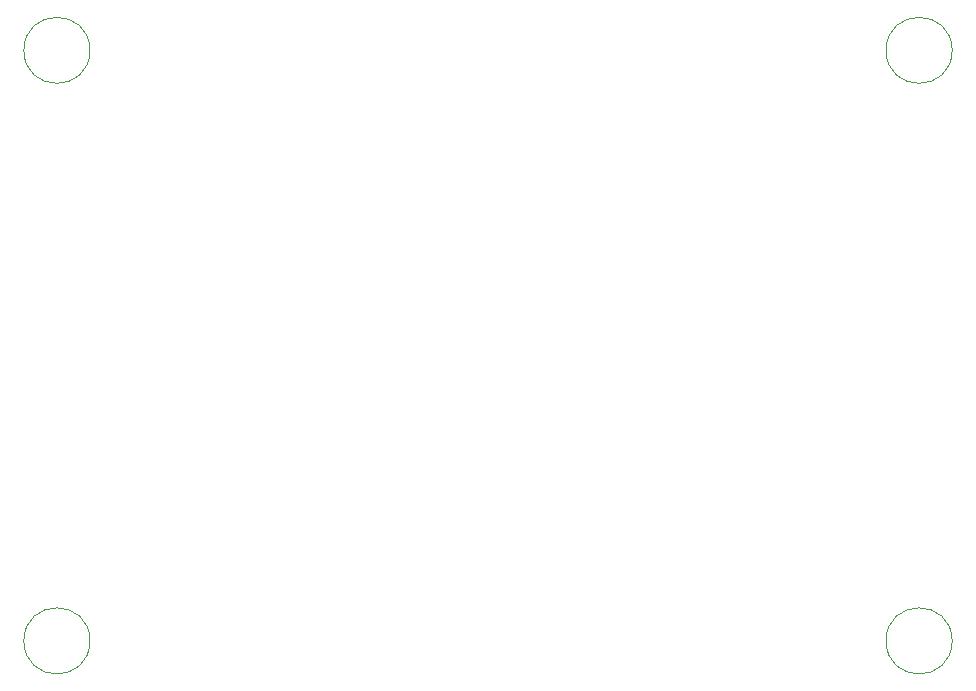
<source format=gko>
G04*
G04 #@! TF.GenerationSoftware,Altium Limited,Altium Designer,21.6.4 (81)*
G04*
G04 Layer_Color=16711935*
%FSLAX44Y44*%
%MOMM*%
G71*
G04*
G04 #@! TF.SameCoordinates,DF600929-9F7D-4707-823E-D0FB3E8D8E71*
G04*
G04*
G04 #@! TF.FilePolarity,Positive*
G04*
G01*
G75*
%ADD13C,0.1000*%
D13*
X788000Y30000D02*
G03*
X788000Y30000I-28000J0D01*
G01*
Y530000D02*
G03*
X788000Y530000I-28000J0D01*
G01*
X58000D02*
G03*
X58000Y530000I-28000J0D01*
G01*
Y30000D02*
G03*
X58000Y30000I-28000J0D01*
G01*
M02*

</source>
